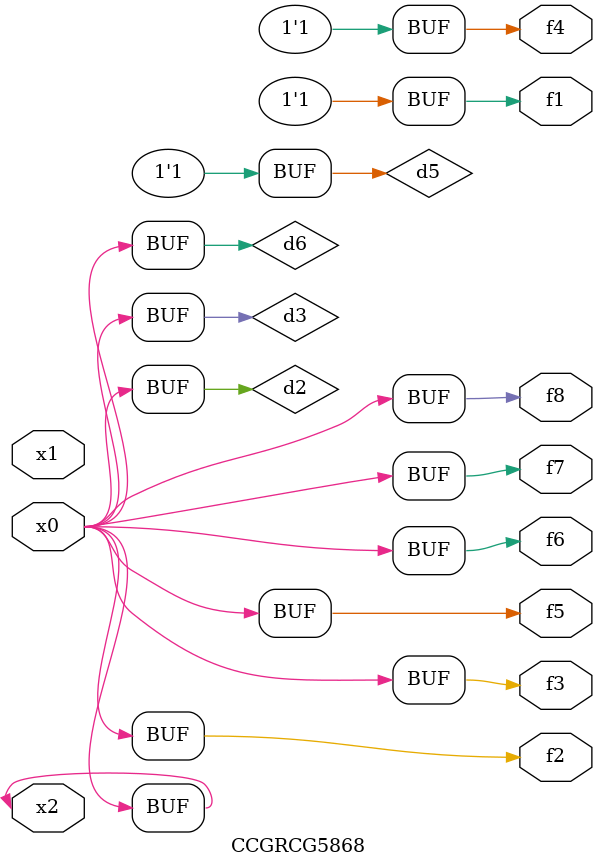
<source format=v>
module CCGRCG5868(
	input x0, x1, x2,
	output f1, f2, f3, f4, f5, f6, f7, f8
);

	wire d1, d2, d3, d4, d5, d6;

	xnor (d1, x2);
	buf (d2, x0, x2);
	and (d3, x0);
	xnor (d4, x1, x2);
	nand (d5, d1, d3);
	buf (d6, d2, d3);
	assign f1 = d5;
	assign f2 = d6;
	assign f3 = d6;
	assign f4 = d5;
	assign f5 = d6;
	assign f6 = d6;
	assign f7 = d6;
	assign f8 = d6;
endmodule

</source>
